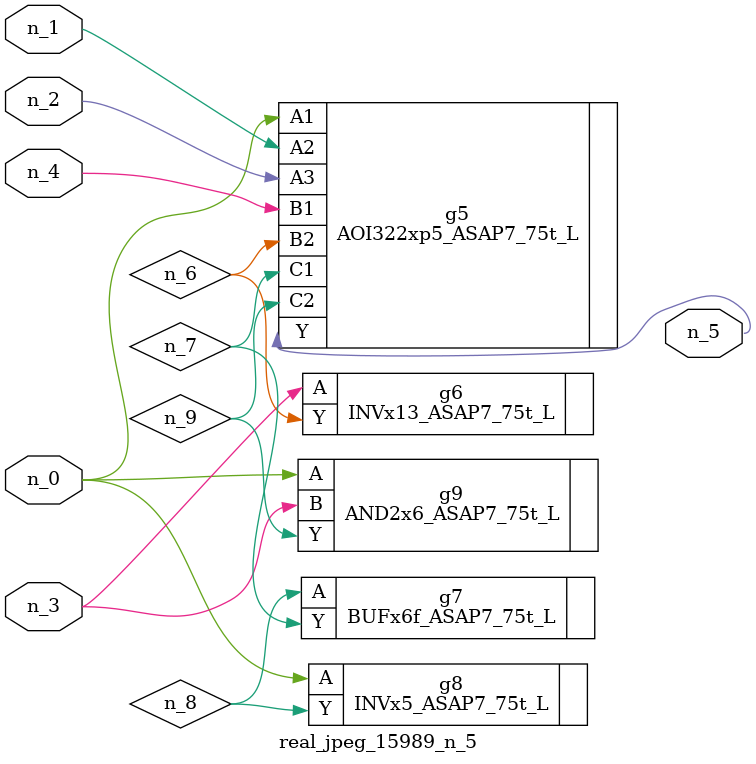
<source format=v>
module real_jpeg_15989_n_5 (n_4, n_0, n_1, n_2, n_3, n_5);

input n_4;
input n_0;
input n_1;
input n_2;
input n_3;

output n_5;

wire n_8;
wire n_6;
wire n_7;
wire n_9;

AOI322xp5_ASAP7_75t_L g5 ( 
.A1(n_0),
.A2(n_1),
.A3(n_2),
.B1(n_4),
.B2(n_6),
.C1(n_7),
.C2(n_9),
.Y(n_5)
);

INVx5_ASAP7_75t_L g8 ( 
.A(n_0),
.Y(n_8)
);

AND2x6_ASAP7_75t_L g9 ( 
.A(n_0),
.B(n_3),
.Y(n_9)
);

INVx13_ASAP7_75t_L g6 ( 
.A(n_3),
.Y(n_6)
);

BUFx6f_ASAP7_75t_L g7 ( 
.A(n_8),
.Y(n_7)
);


endmodule
</source>
